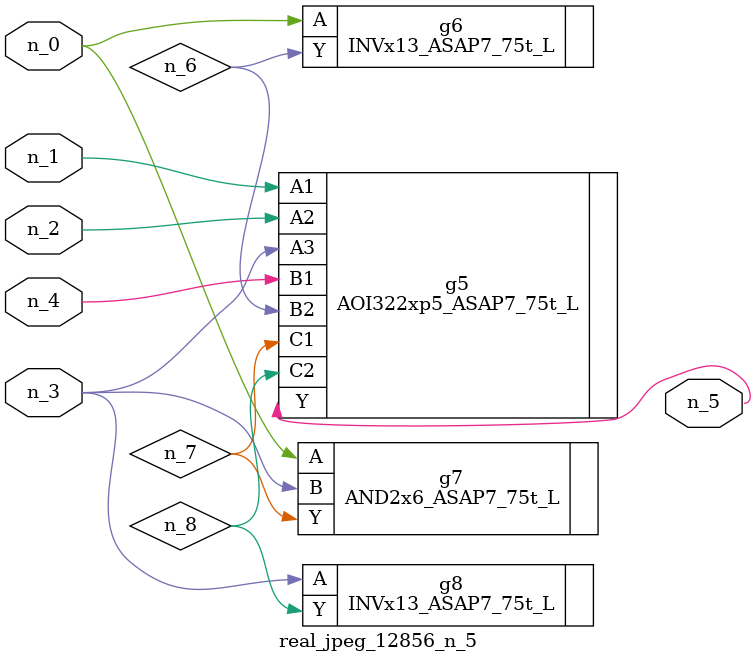
<source format=v>
module real_jpeg_12856_n_5 (n_4, n_0, n_1, n_2, n_3, n_5);

input n_4;
input n_0;
input n_1;
input n_2;
input n_3;

output n_5;

wire n_8;
wire n_6;
wire n_7;

INVx13_ASAP7_75t_L g6 ( 
.A(n_0),
.Y(n_6)
);

AND2x6_ASAP7_75t_L g7 ( 
.A(n_0),
.B(n_3),
.Y(n_7)
);

AOI322xp5_ASAP7_75t_L g5 ( 
.A1(n_1),
.A2(n_2),
.A3(n_3),
.B1(n_4),
.B2(n_6),
.C1(n_7),
.C2(n_8),
.Y(n_5)
);

INVx13_ASAP7_75t_L g8 ( 
.A(n_3),
.Y(n_8)
);


endmodule
</source>
